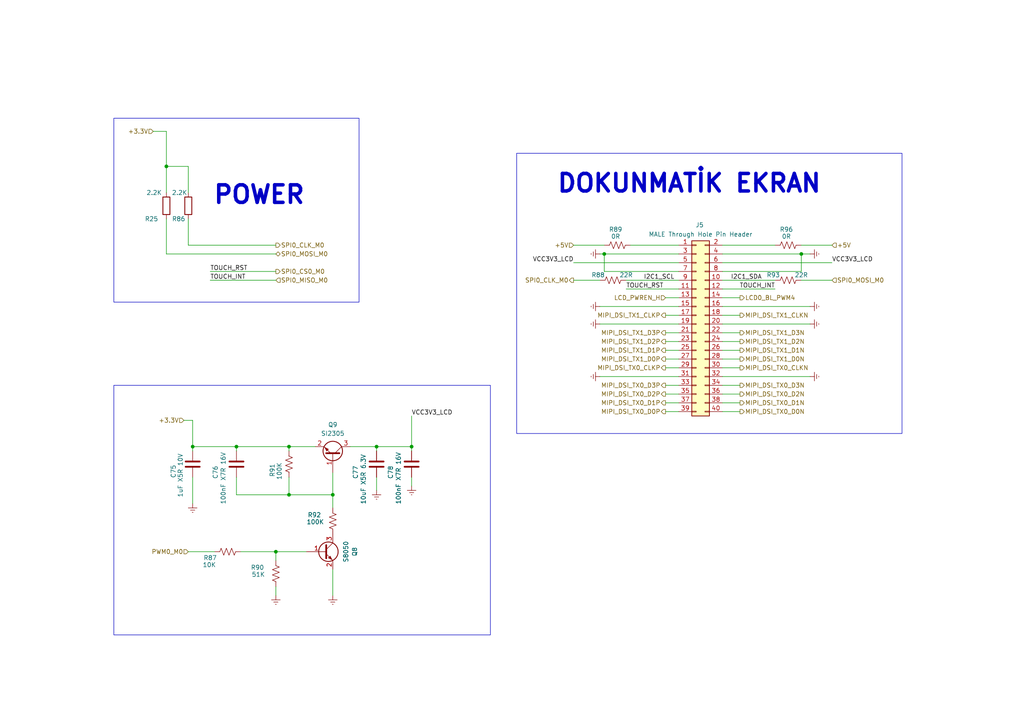
<source format=kicad_sch>
(kicad_sch (version 20231120) (generator "eeschema") (generator_version "8.0")
  (paper "A4")
  (lib_symbols
    (symbol "Connector_Generic:Conn_02x20_Odd_Even" (pin_names (offset 1.016) hide)
      (property "Reference" "J" (at 1.27 25.4 0))
      (property "Value" "Conn_02x20_Odd_Even" (at 1.27 -27.94 0))
      (symbol "Conn_02x20_Odd_Even_1_1"
        (rectangle (start -1.27 -25.273) (end 0 -25.527) (stroke (width 0.1524)))
        (rectangle (start -1.27 -22.733) (end 0 -22.987) (stroke (width 0.1524)))
        (rectangle (start -1.27 -20.193) (end 0 -20.447) (stroke (width 0.1524)))
        (rectangle (start -1.27 -17.653) (end 0 -17.907) (stroke (width 0.1524)))
        (rectangle (start -1.27 -15.113) (end 0 -15.367) (stroke (width 0.1524)))
        (rectangle (start -1.27 -12.573) (end 0 -12.827) (stroke (width 0.1524)))
        (rectangle (start -1.27 -10.033) (end 0 -10.287) (stroke (width 0.1524)))
        (rectangle (start -1.27 -7.493) (end 0 -7.747) (stroke (width 0.1524)))
        (rectangle (start -1.27 -4.953) (end 0 -5.207) (stroke (width 0.1524)))
        (rectangle (start -1.27 -2.413) (end 0 -2.667) (stroke (width 0.1524)))
        (rectangle (start -1.27 0.127) (end 0 -0.127) (stroke (width 0.1524)))
        (rectangle (start -1.27 2.667) (end 0 2.413) (stroke (width 0.1524)))
        (rectangle (start -1.27 5.207) (end 0 4.953) (stroke (width 0.1524)))
        (rectangle (start -1.27 7.747) (end 0 7.493) (stroke (width 0.1524)))
        (rectangle (start -1.27 10.287) (end 0 10.033) (stroke (width 0.1524)))
        (rectangle (start -1.27 12.827) (end 0 12.573) (stroke (width 0.1524)))
        (rectangle (start -1.27 15.367) (end 0 15.113) (stroke (width 0.1524)))
        (rectangle (start -1.27 17.907) (end 0 17.653) (stroke (width 0.1524)))
        (rectangle (start -1.27 20.447) (end 0 20.193) (stroke (width 0.1524)))
        (rectangle (start -1.27 22.987) (end 0 22.733) (stroke (width 0.1524)))
        (rectangle (start -1.27 24.13) (end 3.81 -26.67) (stroke (width 0.254)) (fill (type background)))
        (rectangle (start 3.81 -25.273) (end 2.54 -25.527) (stroke (width 0.1524)))
        (rectangle (start 3.81 -22.733) (end 2.54 -22.987) (stroke (width 0.1524)))
        (rectangle (start 3.81 -20.193) (end 2.54 -20.447) (stroke (width 0.1524)))
        (rectangle (start 3.81 -17.653) (end 2.54 -17.907) (stroke (width 0.1524)))
        (rectangle (start 3.81 -15.113) (end 2.54 -15.367) (stroke (width 0.1524)))
        (rectangle (start 3.81 -12.573) (end 2.54 -12.827) (stroke (width 0.1524)))
        (rectangle (start 3.81 -10.033) (end 2.54 -10.287) (stroke (width 0.1524)))
        (rectangle (start 3.81 -7.493) (end 2.54 -7.747) (stroke (width 0.1524)))
        (rectangle (start 3.81 -4.953) (end 2.54 -5.207) (stroke (width 0.1524)))
        (rectangle (start 3.81 -2.413) (end 2.54 -2.667) (stroke (width 0.1524)))
        (rectangle (start 3.81 0.127) (end 2.54 -0.127) (stroke (width 0.1524)))
        (rectangle (start 3.81 2.667) (end 2.54 2.413) (stroke (width 0.1524)))
        (rectangle (start 3.81 5.207) (end 2.54 4.953) (stroke (width 0.1524)))
        (rectangle (start 3.81 7.747) (end 2.54 7.493) (stroke (width 0.1524)))
        (rectangle (start 3.81 10.287) (end 2.54 10.033) (stroke (width 0.1524)))
        (rectangle (start 3.81 12.827) (end 2.54 12.573) (stroke (width 0.1524)))
        (rectangle (start 3.81 15.367) (end 2.54 15.113) (stroke (width 0.1524)))
        (rectangle (start 3.81 17.907) (end 2.54 17.653) (stroke (width 0.1524)))
        (rectangle (start 3.81 20.447) (end 2.54 20.193) (stroke (width 0.1524)))
        (rectangle (start 3.81 22.987) (end 2.54 22.733) (stroke (width 0.1524)))
        (pin passive line (at -5.08 22.86 0) (length 3.81) (name "Pin_1") (number "1"))
        (pin passive line (at 7.62 12.7 180) (length 3.81) (name "Pin_10") (number "10"))
        (pin passive line (at -5.08 10.16 0) (length 3.81) (name "Pin_11") (number "11"))
        (pin passive line (at 7.62 10.16 180) (length 3.81) (name "Pin_12") (number "12"))
        (pin passive line (at -5.08 7.62 0) (length 3.81) (name "Pin_13") (number "13"))
        (pin passive line (at 7.62 7.62 180) (length 3.81) (name "Pin_14") (number "14"))
        (pin passive line (at -5.08 5.08 0) (length 3.81) (name "Pin_15") (number "15"))
        (pin passive line (at 7.62 5.08 180) (length 3.81) (name "Pin_16") (number "16"))
        (pin passive line (at -5.08 2.54 0) (length 3.81) (name "Pin_17") (number "17"))
        (pin passive line (at 7.62 2.54 180) (length 3.81) (name "Pin_18") (number "18"))
        (pin passive line (at -5.08 0 0) (length 3.81) (name "Pin_19") (number "19"))
        (pin passive line (at 7.62 22.86 180) (length 3.81) (name "Pin_2") (number "2"))
        (pin passive line (at 7.62 0 180) (length 3.81) (name "Pin_20") (number "20"))
        (pin passive line (at -5.08 -2.54 0) (length 3.81) (name "Pin_21") (number "21"))
        (pin passive line (at 7.62 -2.54 180) (length 3.81) (name "Pin_22") (number "22"))
        (pin passive line (at -5.08 -5.08 0) (length 3.81) (name "Pin_23") (number "23"))
        (pin passive line (at 7.62 -5.08 180) (length 3.81) (name "Pin_24") (number "24"))
        (pin passive line (at -5.08 -7.62 0) (length 3.81) (name "Pin_25") (number "25"))
        (pin passive line (at 7.62 -7.62 180) (length 3.81) (name "Pin_26") (number "26"))
        (pin passive line (at -5.08 -10.16 0) (length 3.81) (name "Pin_27") (number "27"))
        (pin passive line (at 7.62 -10.16 180) (length 3.81) (name "Pin_28") (number "28"))
        (pin passive line (at -5.08 -12.7 0) (length 3.81) (name "Pin_29") (number "29"))
        (pin passive line (at -5.08 20.32 0) (length 3.81) (name "Pin_3") (number "3"))
        (pin passive line (at 7.62 -12.7 180) (length 3.81) (name "Pin_30") (number "30"))
        (pin passive line (at -5.08 -15.24 0) (length 3.81) (name "Pin_31") (number "31"))
        (pin passive line (at 7.62 -15.24 180) (length 3.81) (name "Pin_32") (number "32"))
        (pin passive line (at -5.08 -17.78 0) (length 3.81) (name "Pin_33") (number "33"))
        (pin passive line (at 7.62 -17.78 180) (length 3.81) (name "Pin_34") (number "34"))
        (pin passive line (at -5.08 -20.32 0) (length 3.81) (name "Pin_35") (number "35"))
        (pin passive line (at 7.62 -20.32 180) (length 3.81) (name "Pin_36") (number "36"))
        (pin passive line (at -5.08 -22.86 0) (length 3.81) (name "Pin_37") (number "37"))
        (pin passive line (at 7.62 -22.86 180) (length 3.81) (name "Pin_38") (number "38"))
        (pin passive line (at -5.08 -25.4 0) (length 3.81) (name "Pin_39") (number "39"))
        (pin passive line (at 7.62 20.32 180) (length 3.81) (name "Pin_4") (number "4"))
        (pin passive line (at 7.62 -25.4 180) (length 3.81) (name "Pin_40") (number "40"))
        (pin passive line (at -5.08 17.78 0) (length 3.81) (name "Pin_5") (number "5"))
        (pin passive line (at 7.62 17.78 180) (length 3.81) (name "Pin_6") (number "6"))
        (pin passive line (at -5.08 15.24 0) (length 3.81) (name "Pin_7") (number "7"))
        (pin passive line (at 7.62 15.24 180) (length 3.81) (name "Pin_8") (number "8"))
        (pin passive line (at -5.08 12.7 0) (length 3.81) (name "Pin_9") (number "9"))
      )
    )
    (symbol "Device:C" (pin_numbers hide) (pin_names (offset 0.254))
      (property "Reference" "C" (at 0.635 2.54 0))
      (property "Value" "C" (at 0.635 -2.54 0))
      (symbol "C_0_1"
        (polyline (pts (xy -2.032 -0.762) (xy 2.032 -0.762)) (stroke (width 0.508)))
        (polyline (pts (xy -2.032 0.762) (xy 2.032 0.762)) (stroke (width 0.508)))
      )
      (symbol "C_1_1"
        (pin passive line (at 0 3.81 270) (length 2.794) (name "~") (number "1"))
        (pin passive line (at 0 -3.81 90) (length 2.794) (name "~") (number "2"))
      )
    )
    (symbol "Device:R" (pin_numbers hide) (pin_names (offset 0))
      (property "Reference" "R" (at 2.032 0 90))
      (property "Value" "R" (at 0 0 90))
      (symbol "R_0_1"
        (rectangle (start -1.016 -2.54) (end 1.016 2.54) (stroke (width 0.254)))
      )
      (symbol "R_1_1"
        (pin passive line (at 0 3.81 270) (length 1.27) (name "~") (number "1"))
        (pin passive line (at 0 -3.81 90) (length 1.27) (name "~") (number "2"))
      )
    )
    (symbol "Device:R_US" (pin_numbers hide) (pin_names (offset 0))
      (property "Reference" "R" (at 2.54 0 90))
      (property "Value" "R_US" (at -2.54 0 90))
      (symbol "R_US_0_1"
        (polyline (pts (xy 0 -2.286) (xy 0 -2.54)))
        (polyline (pts (xy 0 2.286) (xy 0 2.54)))
        (polyline (pts (xy 0 -0.762) (xy 1.016 -1.143) (xy 0 -1.524) (xy -1.016 -1.905) (xy 0 -2.286)))
        (polyline (pts (xy 0 0.762) (xy 1.016 0.381) (xy 0 0) (xy -1.016 -0.381) (xy 0 -0.762)))
        (polyline (pts (xy 0 2.286) (xy 1.016 1.905) (xy 0 1.524) (xy -1.016 1.143) (xy 0 0.762)))
      )
      (symbol "R_US_1_1"
        (pin passive line (at 0 3.81 270) (length 1.27) (name "~") (number "1"))
        (pin passive line (at 0 -3.81 90) (length 1.27) (name "~") (number "2"))
      )
    )
    (symbol "Transistor_BJT:BC846" (pin_names (offset 0) hide)
      (property "Reference" "Q?" (at 5.08 1.2701 0))
      (property "Value" "BC846" (at 5.08 -1.2699 0))
      (symbol "BC846_0_1"
        (polyline (pts (xy 0.635 0.635) (xy 2.54 2.54)))
        (polyline (pts (xy 0.635 -0.635) (xy 2.54 -2.54) (xy 2.54 -2.54)))
        (polyline (pts (xy 0.635 1.905) (xy 0.635 -1.905) (xy 0.635 -1.905)) (stroke (width 0.508)))
        (polyline (pts (xy 1.27 -1.778) (xy 1.778 -1.27) (xy 2.286 -2.286) (xy 1.27 -1.778) (xy 1.27 -1.778)) (fill (type outline)))
        (circle (center 1.27 0) (radius 2.8194) (stroke (width 0.254)))
      )
      (symbol "BC846_1_1"
        (pin input line (at -5.08 0 0) (length 5.715) (name "B") (number "1"))
        (pin passive line (at 2.54 -5.08 90) (length 2.54) (name "S") (number "2"))
        (pin passive line (at 2.54 5.08 270) (length 2.54) (name "D") (number "3"))
      )
    )
    (symbol "power:Earth" (power) (pin_names (offset 0))
      (symbol "Earth_0_1"
        (polyline (pts (xy -0.635 -1.905) (xy 0.635 -1.905)))
        (polyline (pts (xy -0.127 -2.54) (xy 0.127 -2.54)))
        (polyline (pts (xy 0 -1.27) (xy 0 0)))
        (polyline (pts (xy 1.27 -1.27) (xy -1.27 -1.27)))
      )
      (symbol "Earth_1_1"
        (pin power_in line (at 0 0 270) (length 0) hide (name "Earth") (number "1"))
      )
    )
  )
  (junction (at 96.52 143.51))
  (junction (at 175.26 73.66))
  (junction (at 68.58 129.54))
  (junction (at 232.41 73.66))
  (junction (at 83.82 143.51))
  (junction (at 119.38 129.54))
  (junction (at 83.82 129.54))
  (junction (at 48.26 48.26))
  (junction (at 55.88 129.54))
  (junction (at 109.22 129.54))
  (junction (at 80.01 160.02))
  (wire (pts (xy 232.41 73.66) (xy 209.55 73.66)))
  (wire (pts (xy 53.34 121.92) (xy 55.88 121.92)))
  (wire (pts (xy 55.88 138.43) (xy 55.88 146.05)))
  (wire (pts (xy 193.04 116.84) (xy 196.85 116.84)))
  (wire (pts (xy 193.04 86.36) (xy 196.85 86.36)))
  (wire (pts (xy 83.82 129.54) (xy 91.44 129.54)))
  (wire (pts (xy 109.22 129.54) (xy 119.38 129.54)))
  (wire (pts (xy 80.01 81.28) (xy 60.96 81.28)))
  (wire (pts (xy 214.63 106.68) (xy 209.55 106.68)))
  (wire (pts (xy 119.38 140.97) (xy 119.38 138.43)))
  (wire (pts (xy 234.95 93.98) (xy 209.55 93.98)))
  (wire (pts (xy 232.41 73.66) (xy 232.41 78.74)))
  (wire (pts (xy 193.04 96.52) (xy 196.85 96.52)))
  (wire (pts (xy 193.04 114.3) (xy 196.85 114.3)))
  (wire (pts (xy 209.55 83.82) (xy 224.79 83.82)))
  (wire (pts (xy 209.55 81.28) (xy 224.79 81.28)))
  (wire (pts (xy 109.22 142.24) (xy 109.22 138.43)))
  (wire (pts (xy 83.82 129.54) (xy 83.82 130.81)))
  (wire (pts (xy 80.01 170.18) (xy 80.01 172.72)))
  (wire (pts (xy 101.6 129.54) (xy 109.22 129.54)))
  (wire (pts (xy 83.82 143.51) (xy 96.52 143.51)))
  (wire (pts (xy 48.26 48.26) (xy 48.26 55.88)))
  (wire (pts (xy 173.99 109.22) (xy 196.85 109.22)))
  (wire (pts (xy 224.79 71.12) (xy 209.55 71.12)))
  (wire (pts (xy 173.99 88.9) (xy 196.85 88.9)))
  (wire (pts (xy 68.58 129.54) (xy 68.58 130.81)))
  (wire (pts (xy 119.38 120.65) (xy 119.38 129.54)))
  (wire (pts (xy 214.63 119.38) (xy 209.55 119.38)))
  (wire (pts (xy 214.63 99.06) (xy 209.55 99.06)))
  (wire (pts (xy 68.58 138.43) (xy 68.58 143.51)))
  (wire (pts (xy 69.85 160.02) (xy 80.01 160.02)))
  (wire (pts (xy 214.63 116.84) (xy 209.55 116.84)))
  (wire (pts (xy 109.22 129.54) (xy 109.22 130.81)))
  (wire (pts (xy 48.26 63.5) (xy 48.26 73.66)))
  (wire (pts (xy 193.04 101.6) (xy 196.85 101.6)))
  (wire (pts (xy 54.61 71.12) (xy 80.01 71.12)))
  (wire (pts (xy 214.63 96.52) (xy 209.55 96.52)))
  (wire (pts (xy 55.88 129.54) (xy 55.88 130.81)))
  (wire (pts (xy 193.04 111.76) (xy 196.85 111.76)))
  (wire (pts (xy 214.63 114.3) (xy 209.55 114.3)))
  (wire (pts (xy 193.04 119.38) (xy 196.85 119.38)))
  (wire (pts (xy 173.99 73.66) (xy 175.26 73.66)))
  (wire (pts (xy 119.38 129.54) (xy 119.38 130.81)))
  (wire (pts (xy 48.26 38.1) (xy 48.26 48.26)))
  (wire (pts (xy 234.95 109.22) (xy 209.55 109.22)))
  (wire (pts (xy 68.58 129.54) (xy 83.82 129.54)))
  (wire (pts (xy 166.37 71.12) (xy 175.26 71.12)))
  (wire (pts (xy 44.45 38.1) (xy 48.26 38.1)))
  (wire (pts (xy 173.99 93.98) (xy 196.85 93.98)))
  (wire (pts (xy 214.63 104.14) (xy 209.55 104.14)))
  (wire (pts (xy 214.63 86.36) (xy 209.55 86.36)))
  (wire (pts (xy 175.26 78.74) (xy 196.85 78.74)))
  (wire (pts (xy 88.9 160.02) (xy 80.01 160.02)))
  (wire (pts (xy 234.95 88.9) (xy 209.55 88.9)))
  (wire (pts (xy 234.95 73.66) (xy 232.41 73.66)))
  (wire (pts (xy 83.82 138.43) (xy 83.82 143.51)))
  (wire (pts (xy 55.88 129.54) (xy 68.58 129.54)))
  (wire (pts (xy 96.52 165.1) (xy 96.52 172.72)))
  (wire (pts (xy 54.61 55.88) (xy 54.61 48.26)))
  (wire (pts (xy 193.04 91.44) (xy 196.85 91.44)))
  (wire (pts (xy 181.61 81.28) (xy 196.85 81.28)))
  (wire (pts (xy 193.04 106.68) (xy 196.85 106.68)))
  (wire (pts (xy 193.04 104.14) (xy 196.85 104.14)))
  (wire (pts (xy 80.01 160.02) (xy 80.01 162.56)))
  (wire (pts (xy 214.63 91.44) (xy 209.55 91.44)))
  (wire (pts (xy 241.3 71.12) (xy 232.41 71.12)))
  (wire (pts (xy 80.01 78.74) (xy 60.96 78.74)))
  (wire (pts (xy 214.63 101.6) (xy 209.55 101.6)))
  (wire (pts (xy 96.52 143.51) (xy 96.52 147.32)))
  (wire (pts (xy 166.37 76.2) (xy 196.85 76.2)))
  (wire (pts (xy 181.61 83.82) (xy 196.85 83.82)))
  (wire (pts (xy 209.55 78.74) (xy 232.41 78.74)))
  (wire (pts (xy 54.61 63.5) (xy 54.61 71.12)))
  (wire (pts (xy 182.88 71.12) (xy 196.85 71.12)))
  (wire (pts (xy 175.26 73.66) (xy 175.26 78.74)))
  (wire (pts (xy 214.63 111.76) (xy 209.55 111.76)))
  (wire (pts (xy 54.61 48.26) (xy 48.26 48.26)))
  (wire (pts (xy 241.3 76.2) (xy 209.55 76.2)))
  (wire (pts (xy 48.26 73.66) (xy 80.01 73.66)))
  (wire (pts (xy 96.52 137.16) (xy 96.52 143.51)))
  (wire (pts (xy 54.61 160.02) (xy 62.23 160.02)))
  (wire (pts (xy 68.58 143.51) (xy 83.82 143.51)))
  (wire (pts (xy 175.26 73.66) (xy 196.85 73.66)))
  (wire (pts (xy 193.04 99.06) (xy 196.85 99.06)))
  (wire (pts (xy 241.3 81.28) (xy 232.41 81.28)))
  (wire (pts (xy 166.37 81.28) (xy 173.99 81.28)))
  (wire (pts (xy 55.88 121.92) (xy 55.88 129.54)))
  (rectangle (start 33.02 34.29) (end 104.14 87.63))
  (rectangle (start 149.86 44.45) (end 261.62 125.73))
  (rectangle (start 33.02 111.76) (end 142.24 184.15))
  (text "DOKUNMATİK EKRAN" (at 199.898 53.34 0) (effects (font (size 5.08 5.08) (bold yes))))
  (text "POWER" (at 75.184 56.642 0) (effects (font (size 5.08 5.08) (bold yes))))
  (label "TOUCH_RST" (at 181.61 83.82 0))
  (label "TOUCH_INT" (at 224.79 83.82 180))
  (label "TOUCH_RST" (at 60.96 78.74 0))
  (label "TOUCH_INT" (at 60.96 81.28 0))
  (label "VCC3V3_LCD" (at 166.37 76.2 180))
  (label "VCC3V3_LCD" (at 241.3 76.2 0))
  (label "I2C1_SCL" (at 186.69 81.28 0))
  (label "VCC3V3_LCD" (at 119.38 120.65 0))
  (label "I2C1_SDA" (at 220.98 81.28 180))
  (hierarchical_label "MIPI_DSI_TX0_D0N" (shape output) (at 214.63 119.38 0))
  (hierarchical_label "LCD_PWREN_H" (shape input) (at 193.04 86.36 180))
  (hierarchical_label "SPI0_MOSI_M0" (shape input) (at 241.3 81.28 0))
  (hierarchical_label "MIPI_DSI_TX0_CLKN" (shape output) (at 214.63 106.68 0))
  (hierarchical_label "SPI0_CS0_M0" (shape output) (at 80.01 78.74 0))
  (hierarchical_label "MIPI_DSI_TX1_D1N" (shape output) (at 214.63 101.6 0))
  (hierarchical_label "MIPI_DSI_TX1_D0P" (shape output) (at 193.04 104.14 180))
  (hierarchical_label "MIPI_DSI_TX1_CLKN" (shape output) (at 214.63 91.44 0))
  (hierarchical_label "PWM0_M0" (shape input) (at 54.61 160.02 180))
  (hierarchical_label "MIPI_DSI_TX1_D2P" (shape output) (at 193.04 99.06 180))
  (hierarchical_label "MIPI_DSI_TX0_D2N" (shape output) (at 214.63 114.3 0))
  (hierarchical_label "MIPI_DSI_TX1_D1P" (shape output) (at 193.04 101.6 180))
  (hierarchical_label "MIPI_DSI_TX1_D3N" (shape output) (at 214.63 96.52 0))
  (hierarchical_label "SPI0_CLK_M0" (shape output) (at 80.01 71.12 0))
  (hierarchical_label "+3.3V" (shape input) (at 44.45 38.1 180))
  (hierarchical_label "MIPI_DSI_TX1_D3P" (shape output) (at 193.04 96.52 180))
  (hierarchical_label "MIPI_DSI_TX0_D3N" (shape output) (at 214.63 111.76 0))
  (hierarchical_label "MIPI_DSI_TX0_D2P" (shape output) (at 193.04 114.3 180))
  (hierarchical_label "+5V" (shape input) (at 166.37 71.12 180))
  (hierarchical_label "MIPI_DSI_TX0_D3P" (shape output) (at 193.04 111.76 180))
  (hierarchical_label "MIPI_DSI_TX0_D1N" (shape output) (at 214.63 116.84 0))
  (hierarchical_label "LCD0_BL_PWM4" (shape output) (at 214.63 86.36 0))
  (hierarchical_label "SPI0_MISO_M0" (shape input) (at 80.01 81.28 0))
  (hierarchical_label "MIPI_DSI_TX0_D0P" (shape output) (at 193.04 119.38 180))
  (hierarchical_label "+3.3V" (shape input) (at 53.34 121.92 180))
  (hierarchical_label "SPI0_MOSI_M0" (shape bidirectional) (at 80.01 73.66 0))
  (hierarchical_label "MIPI_DSI_TX1_CLKP" (shape output) (at 193.04 91.44 180))
  (hierarchical_label "MIPI_DSI_TX1_D0N" (shape output) (at 214.63 104.14 0))
  (hierarchical_label "MIPI_DSI_TX1_D2N" (shape output) (at 214.63 99.06 0))
  (hierarchical_label "MIPI_DSI_TX0_CLKP" (shape output) (at 193.04 106.68 180))
  (hierarchical_label "SPI0_CLK_M0" (shape output) (at 166.37 81.28 180))
  (hierarchical_label "MIPI_DSI_TX0_D1P" (shape output) (at 193.04 116.84 180))
  (hierarchical_label "+5V" (shape input) (at 241.3 71.12 0))
  (symbol (lib_id "power:Earth") (at 234.95 73.66 90) (unit 1)
    (property "Reference" "#PWR0109" (effects (hide yes)))
    (property "Value" "Earth" (effects (hide yes)))
    (property "Description" "Power symbol creates a global label with name \"Earth\"" (effects (hide yes)))
  )
  (symbol (lib_id "Device:C") (at 68.58 134.62 0) (unit 1)
    (property "Reference" "C76" (at 62.484 138.938 90) (effects (justify left)))
    (property "Value" "100nF X7R 16V" (at 64.77 146.304 90) (effects (justify left)))
    (property "Footprint" "Capacitor_SMD:C_0402_1005Metric" (effects (hide yes)))
    (property "Description" "Unpolarized capacitor" (effects (hide yes)))
    (property "MPN" "CC0402KRX7R7BB104" (effects (hide yes)))
  )
  (symbol (lib_id "Device:R") (at 54.61 59.69 0) (unit 1)
    (property "Reference" "R86" (at 51.816 63.5 0))
    (property "Value" "2.2K" (at 52.07 55.88 0))
    (property "Footprint" "Resistor_SMD:R_0402_1005Metric" (effects (hide yes)))
    (property "Description" "Resistor" (effects (hide yes)))
    (property "MPN" "0402WGF2201TCE" (effects (hide yes)))
  )
  (symbol (lib_id "Transistor_BJT:BC846") (at 96.52 132.08 270) (mirror x) (unit 1)
    (property "Reference" "Q9" (at 96.52 123.19 90))
    (property "Value" "SI2305" (at 96.52 125.73 90))
    (property "Footprint" "Package_TO_SOT_SMD:SOT-23" (effects (hide yes)))
    (property "Datasheet" "https://assets.nexperia.com/documents/data-sheet/BC846_SER.pdf" (effects (hide yes)))
    (property "Description" "0.1A Ic, 65V Vce, NPN Transistor, SOT-23" (effects (hide yes)))
    (property "MPN" "SI2305" (effects (hide yes)))
  )
  (symbol (lib_id "Transistor_BJT:BC846") (at 93.98 160.02 0) (unit 1)
    (property "Reference" "Q8" (at 102.87 160.02 90))
    (property "Value" "S8050" (at 100.33 160.02 90))
    (property "Footprint" "Package_TO_SOT_SMD:SOT-23" (effects (hide yes)))
    (property "Datasheet" "https://assets.nexperia.com/documents/data-sheet/BC846_SER.pdf" (effects (hide yes)))
    (property "Description" "0.1A Ic, 65V Vce, NPN Transistor, SOT-23" (effects (hide yes)))
    (property "MPN" "S8050" (effects (hide yes)))
  )
  (symbol (lib_id "power:Earth") (at 173.99 93.98 270) (unit 1)
    (property "Reference" "#PWR0102" (effects (hide yes)))
    (property "Value" "Earth" (effects (hide yes)))
    (property "Description" "Power symbol creates a global label with name \"Earth\"" (effects (hide yes)))
  )
  (symbol (lib_id "Device:C") (at 109.22 134.62 0) (unit 1)
    (property "Reference" "C77" (at 103.124 138.938 90) (effects (justify left)))
    (property "Value" "10uF X5R 6.3V" (at 105.41 146.304 90) (effects (justify left)))
    (property "Footprint" "Capacitor_SMD:C_0402_1005Metric" (effects (hide yes)))
    (property "Description" "Unpolarized capacitor" (effects (hide yes)))
    (property "MPN" "CL05A106MQ5NUNC" (effects (hide yes)))
  )
  (symbol (lib_id "power:Earth") (at 173.99 109.22 270) (unit 1)
    (property "Reference" "#PWR0103" (effects (hide yes)))
    (property "Value" "Earth" (effects (hide yes)))
    (property "Description" "Power symbol creates a global label with name \"Earth\"" (effects (hide yes)))
  )
  (symbol (lib_id "power:Earth") (at 234.95 88.9 90) (unit 1)
    (property "Reference" "#PWR0106" (effects (hide yes)))
    (property "Value" "Earth" (effects (hide yes)))
    (property "Description" "Power symbol creates a global label with name \"Earth\"" (effects (hide yes)))
  )
  (symbol (lib_id "Device:R_US") (at 228.6 71.12 90) (unit 1)
    (property "Reference" "R96" (at 228.092 66.548 90))
    (property "Value" "0R" (at 228.092 68.58 90))
    (property "Footprint" "Resistor_SMD:R_0603_1608Metric" (effects (hide yes)))
    (property "Description" "Resistor, US symbol" (effects (hide yes)))
    (property "MPN" "0603WAF0000T5E" (effects (hide yes)))
  )
  (symbol (lib_id "Device:R_US") (at 177.8 81.28 90) (unit 1)
    (property "Reference" "R88" (at 173.482 79.756 90))
    (property "Value" "22R" (at 181.61 79.756 90))
    (property "Footprint" "Resistor_SMD:R_0603_1608Metric" (effects (hide yes)))
    (property "Description" "Resistor, US symbol" (effects (hide yes)))
    (property "MPN" "0603WAF220JT5E" (effects (hide yes)))
  )
  (symbol (lib_id "Device:R_US") (at 80.01 166.37 180) (unit 1)
    (property "Reference" "R90" (at 74.676 164.592 0))
    (property "Value" "51K" (at 74.93 166.624 0))
    (property "Footprint" "Resistor_SMD:R_0402_1005Metric" (effects (hide yes)))
    (property "Description" "Resistor, US symbol" (effects (hide yes)))
    (property "MPN" "0402WGF5102TCE" (effects (hide yes)))
  )
  (symbol (lib_id "Device:C") (at 119.38 134.62 0) (unit 1)
    (property "Reference" "C78" (at 113.284 138.938 90) (effects (justify left)))
    (property "Value" "100nF X7R 16V" (at 115.57 146.304 90) (effects (justify left)))
    (property "Footprint" "Capacitor_SMD:C_0402_1005Metric" (effects (hide yes)))
    (property "Description" "Unpolarized capacitor" (effects (hide yes)))
    (property "MPN" "CC0402KRX7R7BB104" (effects (hide yes)))
  )
  (symbol (lib_id "Device:R") (at 48.26 59.69 180) (unit 1)
    (property "Reference" "R25" (at 43.942 63.5 0))
    (property "Value" "2.2K" (at 44.704 55.88 0))
    (property "Footprint" "Resistor_SMD:R_0402_1005Metric" (effects (hide yes)))
    (property "Description" "Resistor" (effects (hide yes)))
    (property "MPN" "0402WGF2201TCE" (effects (hide yes)))
  )
  (symbol (lib_id "Device:R_US") (at 83.82 134.62 180) (unit 1)
    (property "Reference" "R91" (at 78.994 136.398 90))
    (property "Value" "100K" (at 81.026 136.652 90))
    (property "Footprint" "Resistor_SMD:R_0402_1005Metric" (effects (hide yes)))
    (property "Description" "Resistor, US symbol" (effects (hide yes)))
    (property "MPN" "0402WGF1003TCE" (effects (hide yes)))
  )
  (symbol (lib_id "power:Earth") (at 119.38 140.97 0) (unit 1)
    (property "Reference" "#PWR0110" (effects (hide yes)))
    (property "Value" "Earth" (effects (hide yes)))
    (property "Description" "Power symbol creates a global label with name \"Earth\"" (effects (hide yes)))
  )
  (symbol (lib_id "Device:R_US") (at 228.6 81.28 90) (unit 1)
    (property "Reference" "R93" (at 224.282 79.756 90))
    (property "Value" "22R" (at 232.41 79.756 90))
    (property "Footprint" "Resistor_SMD:R_0603_1608Metric" (effects (hide yes)))
    (property "Description" "Resistor, US symbol" (effects (hide yes)))
    (property "MPN" "0603WAF220JT5E" (effects (hide yes)))
  )
  (symbol (lib_id "power:Earth") (at 234.95 93.98 90) (unit 1)
    (property "Reference" "#PWR0107" (effects (hide yes)))
    (property "Value" "Earth" (effects (hide yes)))
    (property "Description" "Power symbol creates a global label with name \"Earth\"" (effects (hide yes)))
  )
  (symbol (lib_id "Device:R_US") (at 179.07 71.12 90) (unit 1)
    (property "Reference" "R89" (at 178.562 66.548 90))
    (property "Value" "0R" (at 178.562 68.58 90))
    (property "Footprint" "Resistor_SMD:R_0603_1608Metric" (effects (hide yes)))
    (property "Description" "Resistor, US symbol" (effects (hide yes)))
    (property "MPN" "0603WAF0000T5E" (effects (hide yes)))
  )
  (symbol (lib_id "power:Earth") (at 173.99 88.9 270) (unit 1)
    (property "Reference" "#PWR0101" (effects (hide yes)))
    (property "Value" "Earth" (effects (hide yes)))
    (property "Description" "Power symbol creates a global label with name \"Earth\"" (effects (hide yes)))
  )
  (symbol (lib_id "power:Earth") (at 173.99 73.66 270) (unit 1)
    (property "Reference" "#PWR0100" (effects (hide yes)))
    (property "Value" "Earth" (effects (hide yes)))
    (property "Description" "Power symbol creates a global label with name \"Earth\"" (effects (hide yes)))
  )
  (symbol (lib_id "Device:R_US") (at 96.52 151.13 180) (unit 1)
    (property "Reference" "R92" (at 91.186 149.352 0))
    (property "Value" "100K" (at 91.44 151.384 0))
    (property "Footprint" "Resistor_SMD:R_0402_1005Metric" (effects (hide yes)))
    (property "Description" "Resistor, US symbol" (effects (hide yes)))
    (property "MPN" "0402WGF1003TCE" (effects (hide yes)))
  )
  (symbol (lib_id "Device:C") (at 55.88 134.62 0) (unit 1)
    (property "Reference" "C75" (at 50.292 138.684 90) (effects (justify left)))
    (property "Value" "1uF X5R 10V" (at 52.324 144.272 90) (effects (justify left)))
    (property "Footprint" "Capacitor_SMD:C_0402_1005Metric" (effects (hide yes)))
    (property "Description" "Unpolarized capacitor" (effects (hide yes)))
    (property "MPN" "CL05A105KP5NNNC" (effects (hide yes)))
  )
  (symbol (lib_id "Connector_Generic:Conn_02x20_Odd_Even") (at 201.93 93.98 0) (unit 1)
    (property "Reference" "J5" (at 202.9309 65.2576 0))
    (property "Value" "MALE Through Hole Pin Header" (at 203.2 67.9649 0))
    (property "Footprint" "Connector_PinHeader_2.00mm:PinHeader_2x20_P2.00mm_Vertical" (effects (hide yes)))
    (property "Description" "Generic connector, double row, 02x20, odd/even pin numbering scheme (row 1 odd numbers, row 2 even numbers), script generated (kicad-library-utils/schlib/autogen/connector/)" (effects (hide yes)))
  )
  (symbol (lib_id "power:Earth") (at 109.22 142.24 0) (unit 1)
    (property "Reference" "#PWR0105" (effects (hide yes)))
    (property "Value" "Earth" (effects (hide yes)))
    (property "Description" "Power symbol creates a global label with name \"Earth\"" (effects (hide yes)))
  )
  (symbol (lib_id "power:Earth") (at 234.95 109.22 90) (unit 1)
    (property "Reference" "#PWR0108" (effects (hide yes)))
    (property "Value" "Earth" (effects (hide yes)))
    (property "Description" "Power symbol creates a global label with name \"Earth\"" (effects (hide yes)))
  )
  (symbol (lib_id "power:Earth") (at 80.01 172.72 0) (unit 1)
    (property "Reference" "#PWR099" (effects (hide yes)))
    (property "Value" "Earth" (effects (hide yes)))
    (property "Description" "Power symbol creates a global label with name \"Earth\"" (effects (hide yes)))
  )
  (symbol (lib_id "power:Earth") (at 96.52 172.72 0) (unit 1)
    (property "Reference" "#PWR0104" (effects (hide yes)))
    (property "Value" "Earth" (effects (hide yes)))
    (property "Description" "Power symbol creates a global label with name \"Earth\"" (effects (hide yes)))
  )
  (symbol (lib_id "Device:R_US") (at 66.04 160.02 270) (unit 1)
    (property "Reference" "R87" (at 60.96 161.798 90))
    (property "Value" "10K" (at 60.706 163.83 90))
    (property "Footprint" "Resistor_SMD:R_0402_1005Metric" (effects (hide yes)))
    (property "Description" "Resistor, US symbol" (effects (hide yes)))
  )
  (symbol (lib_id "power:Earth") (at 55.88 146.05 0) (unit 1)
    (property "Reference" "#PWR098" (effects (hide yes)))
    (property "Value" "Earth" (effects (hide yes)))
    (property "Description" "Power symbol creates a global label with name \"Earth\"" (effects (hide yes)))
  )
)
</source>
